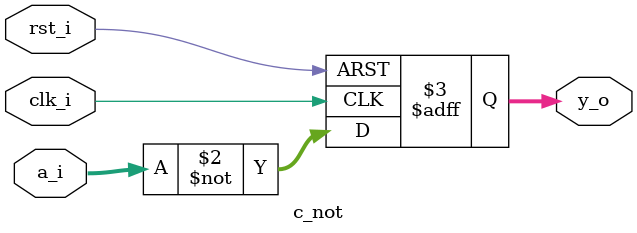
<source format=sv>

module c_not #(
  parameter int Width = 8
)(   
    input logic clk_i,
    input logic rst_i,
    input logic [Width-1:0] a_i,
    output logic [Width-1:0] y_o
);

always_ff @(posedge clk_i or posedge rst_i) begin
if(rst_i) begin
   y_o <= 1'b0; 
end else begin
    y_o <= ~a_i;
end
end
endmodule: c_not
</source>
